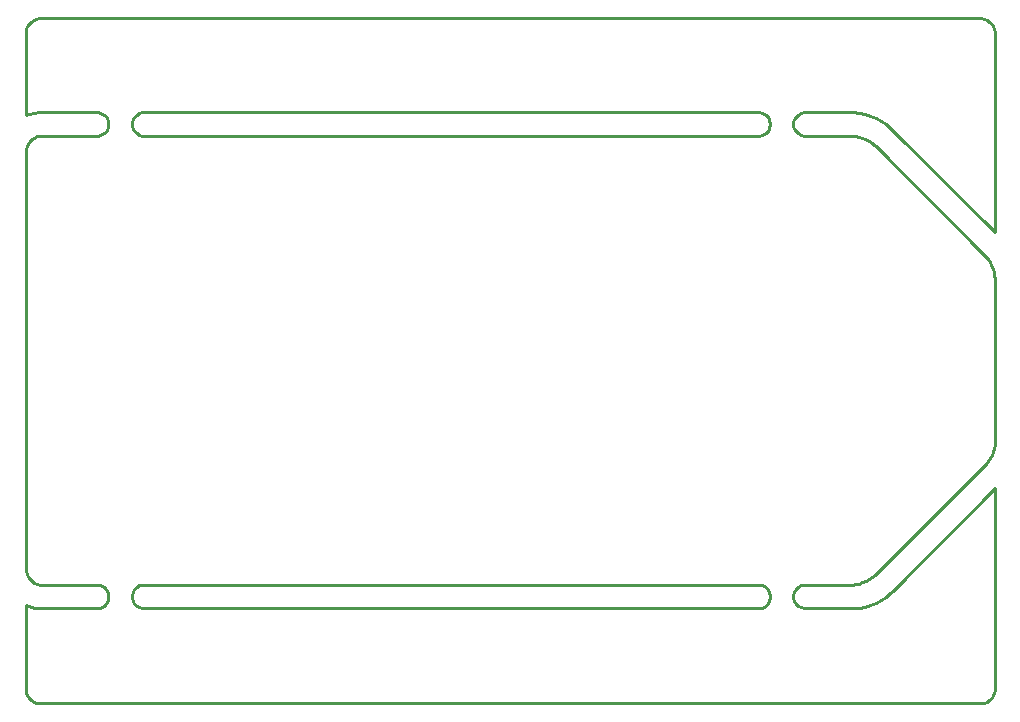
<source format=gko>
G04*
G04 #@! TF.GenerationSoftware,Altium Limited,Altium Designer,23.11.1 (41)*
G04*
G04 Layer_Color=16711935*
%FSLAX44Y44*%
%MOMM*%
G71*
G04*
G04 #@! TF.SameCoordinates,884342A8-4ED4-4568-BB5E-73BA217C2521*
G04*
G04*
G04 #@! TF.FilePolarity,Positive*
G04*
G01*
G75*
%ADD77C,0.2500*%
D77*
X620985Y100504D02*
X622918Y100119D01*
X624739Y99365D01*
X626377Y98270D01*
X627770Y96877D01*
X628865Y95238D01*
X629619Y93418D01*
X630004Y91485D01*
Y90500D02*
Y91485D01*
Y89515D02*
Y90500D01*
X629619Y87582D02*
X630004Y89515D01*
X628865Y85761D02*
X629619Y87582D01*
X627770Y84123D02*
X628865Y85761D01*
X626377Y82729D02*
X627770Y84123D01*
X624739Y81635D02*
X626377Y82729D01*
X622918Y80880D02*
X624739Y81635D01*
X620985Y80496D02*
X622918Y80880D01*
X98683Y80496D02*
X620985D01*
X96139Y81178D02*
X98683Y80496D01*
X93857Y82495D02*
X96139Y81178D01*
X91995Y84357D02*
X93857Y82495D01*
X90678Y86638D02*
X91995Y84357D01*
X89996Y89183D02*
X90678Y86638D01*
X89996Y89183D02*
Y91817D01*
X90678Y94361D01*
X91995Y96642D01*
X93857Y98505D01*
X96139Y99822D01*
X98683Y100504D01*
X620985D01*
Y500504D02*
X622918Y500120D01*
X624739Y499366D01*
X626377Y498271D01*
X627770Y496877D01*
X628865Y495239D01*
X629619Y493418D01*
X630004Y491486D01*
Y490500D02*
Y491486D01*
Y489515D02*
Y490500D01*
X629619Y487582D02*
X630004Y489515D01*
X628865Y485762D02*
X629619Y487582D01*
X627770Y484123D02*
X628865Y485762D01*
X626377Y482730D02*
X627770Y484123D01*
X624739Y481635D02*
X626377Y482730D01*
X622918Y480881D02*
X624739Y481635D01*
X620985Y480496D02*
X622918Y480881D01*
X98683Y480496D02*
X620985D01*
X96139Y481178D02*
X98683Y480496D01*
X93857Y482495D02*
X96139Y481178D01*
X91995Y484358D02*
X93857Y482495D01*
X90678Y486639D02*
X91995Y484358D01*
X89996Y489183D02*
X90678Y486639D01*
X89996Y489183D02*
Y491817D01*
X90678Y494362D01*
X91995Y496643D01*
X93857Y498505D01*
X96139Y499822D01*
X98683Y500504D01*
X620985D01*
X809051Y580000D02*
X811504Y579512D01*
X11449Y580000D02*
X809051D01*
X8996Y579512D02*
X11449Y580000D01*
X6684Y578555D02*
X8996Y579512D01*
X4604Y577165D02*
X6684Y578555D01*
X2835Y575396D02*
X4604Y577165D01*
X1445Y573316D02*
X2835Y575396D01*
X488Y571004D02*
X1445Y573316D01*
X0Y568551D02*
X488Y571004D01*
X0Y567300D02*
Y568551D01*
Y497731D02*
Y567300D01*
Y497731D02*
X2665Y498835D01*
X6806Y499944D01*
X11056Y500504D01*
X60985D01*
X62918Y500120D01*
X64739Y499366D01*
X66377Y498271D01*
X67771Y496877D01*
X68865Y495239D01*
X69619Y493418D01*
X70004Y491486D01*
Y490500D02*
Y491486D01*
Y489515D02*
Y490500D01*
X69619Y487582D02*
X70004Y489515D01*
X68865Y485762D02*
X69619Y487582D01*
X67771Y484123D02*
X68865Y485762D01*
X66377Y482730D02*
X67771Y484123D01*
X64739Y481635D02*
X66377Y482730D01*
X62918Y480881D02*
X64739Y481635D01*
X60985Y480496D02*
X62918Y480881D01*
X13200Y480496D02*
X60985D01*
X11955Y480435D02*
X13200Y480496D01*
X9514Y479950D02*
X11955Y480435D01*
X7215Y478997D02*
X9514Y479950D01*
X5145Y477615D02*
X7215Y478997D01*
X3386Y475854D02*
X5145Y477615D01*
X2003Y473785D02*
X3386Y475854D01*
X1050Y471486D02*
X2003Y473785D01*
X565Y469044D02*
X1050Y471486D01*
X504Y467800D02*
X565Y469044D01*
X504Y113200D02*
Y467800D01*
Y113200D02*
X565Y111956D01*
X1050Y109514D01*
X2003Y107215D01*
X3386Y105146D01*
X5145Y103385D01*
X7215Y102003D01*
X9514Y101050D01*
X11955Y100565D01*
X13200Y100504D01*
X60985D01*
X62918Y100119D01*
X64739Y99365D01*
X66377Y98270D01*
X67771Y96877D01*
X68865Y95238D01*
X69619Y93418D01*
X70004Y91485D01*
Y90500D02*
Y91485D01*
Y89515D02*
Y90500D01*
X69619Y87582D02*
X70004Y89515D01*
X68865Y85761D02*
X69619Y87582D01*
X67771Y84123D02*
X68865Y85761D01*
X66377Y82729D02*
X67771Y84123D01*
X64739Y81635D02*
X66377Y82729D01*
X62918Y80880D02*
X64739Y81635D01*
X60985Y80496D02*
X62918Y80880D01*
X11056Y80496D02*
X60985D01*
X6806Y81055D02*
X11056Y80496D01*
X2665Y82165D02*
X6806Y81055D01*
X0Y83269D02*
X2665Y82165D01*
X0Y12700D02*
Y83269D01*
Y11449D02*
Y12700D01*
Y11449D02*
X488Y8996D01*
X1445Y6684D01*
X2835Y4604D01*
X4604Y2835D01*
X6684Y1445D01*
X8996Y488D01*
X11449Y0D01*
X809051D01*
X811504Y488D01*
X813816Y1445D01*
X815896Y2835D01*
X817665Y4604D01*
X819055Y6684D01*
X820012Y8996D01*
X820500Y11449D01*
Y12700D01*
Y182010D01*
X733825Y95335D02*
X820500Y182010D01*
X733825Y95335D02*
X733825Y95335D01*
X732065Y93575D02*
X733825Y95335D01*
X728217Y90417D02*
X732065Y93575D01*
X724078Y87652D02*
X728217Y90417D01*
X719688Y85305D02*
X724078Y87652D01*
X715089Y83400D02*
X719688Y85305D01*
X710325Y81955D02*
X715089Y83400D01*
X705443Y80984D02*
X710325Y81955D01*
X700489Y80496D02*
X705443Y80984D01*
X658683Y80496D02*
X700489D01*
X656139Y81178D02*
X658683Y80496D01*
X653857Y82495D02*
X656139Y81178D01*
X651995Y84357D02*
X653857Y82495D01*
X650678Y86638D02*
X651995Y84357D01*
X649996Y89183D02*
X650678Y86638D01*
X649996Y89183D02*
Y91817D01*
X650678Y94361D01*
X651995Y96642D01*
X653857Y98505D01*
X656139Y99822D01*
X658683Y100504D01*
X698000D01*
X699504Y100541D01*
X702498Y100835D01*
X705449Y101422D01*
X708328Y102296D01*
X711107Y103447D01*
X713761Y104865D01*
X716262Y106537D01*
X718588Y108445D01*
X719678Y109483D01*
X811717Y201522D01*
X811717Y201522D01*
X811717Y201522D02*
X811717Y201522D01*
X811717Y201522D02*
X812755Y202612D01*
X814663Y204938D01*
X816335Y207439D01*
X817753Y210092D01*
X818904Y212872D01*
X819778Y215751D01*
X820365Y218701D01*
X820500Y220077D01*
Y224868D01*
X820496Y224939D02*
X820500Y224868D01*
X820496Y224939D02*
X820497Y225190D01*
Y357800D01*
X820496Y357800D02*
X820497Y357800D01*
X820460Y359304D02*
X820496Y357800D01*
X820165Y362298D02*
X820460Y359304D01*
X819578Y365249D02*
X820165Y362298D01*
X818704Y368128D02*
X819578Y365249D01*
X817553Y370908D02*
X818704Y368128D01*
X816135Y373561D02*
X817553Y370908D01*
X814463Y376062D02*
X816135Y373561D01*
X812555Y378388D02*
X814463Y376062D01*
X811517Y379478D02*
X812555Y378388D01*
X719478Y471517D02*
X811517Y379478D01*
X719478Y471517D02*
X719478Y471517D01*
X718388Y472555D02*
X719478Y471517D01*
X716062Y474463D02*
X718388Y472555D01*
X713561Y476135D02*
X716062Y474463D01*
X710908Y477553D02*
X713561Y476135D01*
X708128Y478704D02*
X710908Y477553D01*
X705249Y479578D02*
X708128Y478704D01*
X702298Y480165D02*
X705249Y479578D01*
X699304Y480460D02*
X702298Y480165D01*
X697800Y480496D02*
X699304Y480460D01*
X660000Y480496D02*
X697800Y480496D01*
X658683Y480496D02*
X660000D01*
X656139Y481178D02*
X658683Y480496D01*
X653857Y482495D02*
X656139Y481178D01*
X651995Y484358D02*
X653857Y482495D01*
X650678Y486639D02*
X651995Y484358D01*
X649996Y489183D02*
X650678Y486639D01*
X649996Y489183D02*
Y491817D01*
X650678Y494362D01*
X651995Y496643D01*
X653857Y498505D01*
X656139Y499822D01*
X658683Y500504D01*
X697800D01*
X697800Y500504D02*
X697800Y500504D01*
X697800Y500504D02*
X700289Y500504D01*
X705243Y500016D01*
X710125Y499045D01*
X714889Y497600D01*
X719488Y495695D01*
X723878Y493348D01*
X728017Y490583D01*
X731865Y487425D01*
X733625Y485665D01*
X820500Y398790D01*
Y567300D01*
Y568551D01*
X820012Y571004D02*
X820500Y568551D01*
X819055Y573316D02*
X820012Y571004D01*
X817665Y575396D02*
X819055Y573316D01*
X815896Y577165D02*
X817665Y575396D01*
X813816Y578555D02*
X815896Y577165D01*
X811504Y579512D02*
X813816Y578555D01*
M02*

</source>
